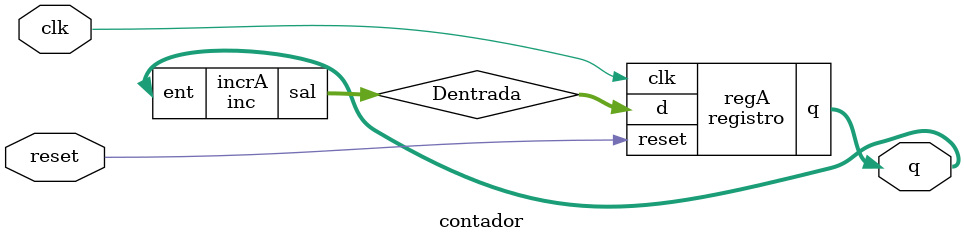
<source format=v>
module registro (d, q, clk, reset);
  input [7:0] d;
  //input setB, reset, clk;
  input clk, reset;
  output [7:0] q;
  reg [7:0] q;

(* ivl_synthesis_on *)
  always @(posedge clk or posedge reset)
    begin	  
      if (reset)
        q <= 0;
      else
        q <= d;
    end
endmodule

module inc (sal, ent);
  input [7:0] ent;
  output [7:0] sal;
  
  assign sal = ent + 8'd1;
endmodule

`ifndef POST_MAP //Este es el modulo antes de mapear al FPGA
module contador (q, clk, reset);
  input clk, reset;
  output [7:0] q;
  wire [7:0] Dentrada;
  
  registro regA (Dentrada, q, clk, reset);
  inc incrA (Dentrada, q);
endmodule  
`endif //  `ifndef POST_MAP

`ifdef SIMULAR  //Incluya esta parte para hacer la simulacion
`timescale 1 ns/1 ps

module BancoPruebas;
  reg reset, clk;
  wire [7:0] q;
  
`ifdef POST_MAP
  reg        GSR;
  assign      glbl.GSR = GSR;
`endif
  
`ifdef POST_MAP //Use el modulo contador_chip si esta hecho el mapeo al FPGA
  contador_chip dut(.q(q), .clk(clk), .reset(reset));
`else
  contador contA (.q(q), .clk(clk), .reset(reset));
`endif
  
(* ivl_synthesis_off *)
  initial
    begin
      $dumpfile("inc.vcd");
      $dumpvars;
      
      /* Para simular despues de mapear al FPGA, se necesita hacer
         que el bit GSR pase de 1 a 0 para simular el encendido del chip. */
`ifdef POST_MAP
      GSR = 1;
      #100 GSR = 0;
`endif
      #10 clk = 0;
      #10 reset = 1;
      #10 reset = 0;
      #300 $finish;
    end
    
(* ivl_synthesis_off *)
    always
      #15 clk = ~clk;
      
endmodule  //BancoPruebas

`endif //SIMULAR

`ifdef HAGA_CHIP  //Incluya esta parte para asignar entradas/salidas a patillas del chip
module contador_chip(q, clk, reset);
  input clk, reset;
  output [7:0] q;

   wire 	 clk_int;  //Alambre para conectar el reloj del contador a la fuente de reloj en el chip

   (* cellref="BUFG:O,I" *)
   buf gbuf (clk_int, clk);

   contador dut(.q(q), .clk(clk_int), .reset(reset));

   /* Assign the clk to GCLK0, which is on pin P39. */
   $attribute(clk, "PAD", "P39");

   // We don't care where the remaining pins go, so set the pin number
   // to 0. This tells the implementation tools that we want a PAD,
   // but we don't care which. Also note the use of a comma (,)
   // separated list to assign pins to the bits of a vector.
   $attribute(reset, "PAD", "");
   $attribute(q, "PAD", ",,,,,,,");

endmodule // contador_chip

`endif  //HAGA_CHIP

</source>
